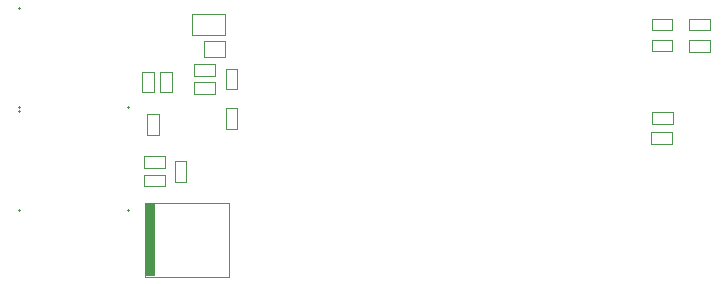
<source format=gbr>
%TF.GenerationSoftware,Altium Limited,Altium Designer,22.11.1 (43)*%
G04 Layer_Color=16711935*
%FSLAX45Y45*%
%MOMM*%
%TF.SameCoordinates,F25CF00E-CD35-404E-9013-36C82019CF52*%
%TF.FilePolarity,Positive*%
%TF.FileFunction,Other,Top_Assembly*%
%TF.Part,Single*%
G01*
G75*
%TA.AperFunction,NonConductor*%
%ADD40C,0.10000*%
%ADD43C,0.25400*%
%ADD64R,0.95629X6.22000*%
D40*
X1459980Y2124880D02*
Y2304880D01*
X1739980Y2124880D02*
Y2304880D01*
X1459980D02*
X1739980D01*
X1459980Y2124880D02*
X1739980D01*
X1565420Y2071560D02*
X1745420D01*
X1565420Y1936560D02*
X1745420D01*
X1565420D02*
Y2071560D01*
X1745420Y1936560D02*
Y2071560D01*
X1058580Y845580D02*
Y942580D01*
X1233580Y845580D02*
Y942580D01*
X1058580D02*
X1233580D01*
X1058580Y845580D02*
X1233580D01*
X1482220Y1782840D02*
Y1879840D01*
X1657220Y1782840D02*
Y1879840D01*
X1482220D02*
X1657220D01*
X1482220Y1782840D02*
X1657220D01*
X1319860Y884080D02*
X1416860D01*
X1319860Y1059080D02*
X1416860D01*
X1319860Y884080D02*
Y1059080D01*
X1416860Y884080D02*
Y1059080D01*
X1655920Y1630440D02*
Y1727440D01*
X1480920Y1630440D02*
Y1727440D01*
Y1630440D02*
X1655920D01*
X1480920Y1727440D02*
X1655920D01*
X1193560Y1815940D02*
X1290560D01*
X1193560Y1640940D02*
X1290560D01*
Y1815940D01*
X1193560Y1640940D02*
Y1815940D01*
X1749820Y1841400D02*
X1846820D01*
X1749820Y1666400D02*
X1846820D01*
Y1841400D01*
X1749820Y1666400D02*
Y1841400D01*
X1233580Y1000520D02*
Y1097520D01*
X1058580Y1000520D02*
Y1097520D01*
Y1000520D02*
X1233580D01*
X1058580Y1097520D02*
X1233580D01*
X1043700Y1815940D02*
X1140700D01*
X1043700Y1640940D02*
X1140700D01*
Y1815940D01*
X1043700Y1640940D02*
Y1815940D01*
X5671980Y1986040D02*
Y2083040D01*
X5846980Y1986040D02*
Y2083040D01*
X5671980D02*
X5846980D01*
X5671980Y1986040D02*
X5846980D01*
X5671980Y2166380D02*
Y2263380D01*
X5846980Y2166380D02*
Y2263380D01*
X5671980D02*
X5846980D01*
X5671980Y2166380D02*
X5846980D01*
X5534560Y1376440D02*
Y1473440D01*
X5359560Y1376440D02*
Y1473440D01*
Y1376440D02*
X5534560D01*
X5359560Y1473440D02*
X5534560D01*
X1061820Y80160D02*
X1772820D01*
X1061820Y702160D02*
X1772820D01*
Y80160D02*
Y702160D01*
X1061820Y80160D02*
Y702160D01*
X5358220Y2169880D02*
X5528220D01*
X5358220Y2259880D02*
X5528220D01*
Y2169880D02*
Y2259880D01*
X5358220Y2169880D02*
Y2259880D01*
X5359480Y1989540D02*
Y2079540D01*
X5529480Y1989540D02*
Y2079540D01*
X5359480D02*
X5529480D01*
X5359480Y1989540D02*
X5529480D01*
X1748320Y1328440D02*
Y1508440D01*
X1848320Y1328440D02*
Y1508440D01*
X1748320Y1328440D02*
X1848320D01*
X1748320Y1508440D02*
X1848320D01*
X1182840Y1279060D02*
Y1459060D01*
X1082840Y1279060D02*
Y1459060D01*
X1182840D01*
X1082840Y1279060D02*
X1182840D01*
X5349560Y1207300D02*
X5529560D01*
X5349560Y1307300D02*
X5529560D01*
Y1207300D02*
Y1307300D01*
X5349560Y1207300D02*
Y1307300D01*
D43*
X919480Y1513320D02*
X922020Y1515860D01*
X-2540Y2351520D02*
X2540Y2356600D01*
X-2540Y1515860D02*
X0Y1513320D01*
X-2540Y645160D02*
X0Y642620D01*
X-2540Y1480820D02*
X2540Y1485900D01*
X919480Y642620D02*
X922020Y645160D01*
D64*
X1109635Y391160D02*
D03*
%TF.MD5,3ed961ff171cbe0c399aeae857d3c966*%
M02*

</source>
